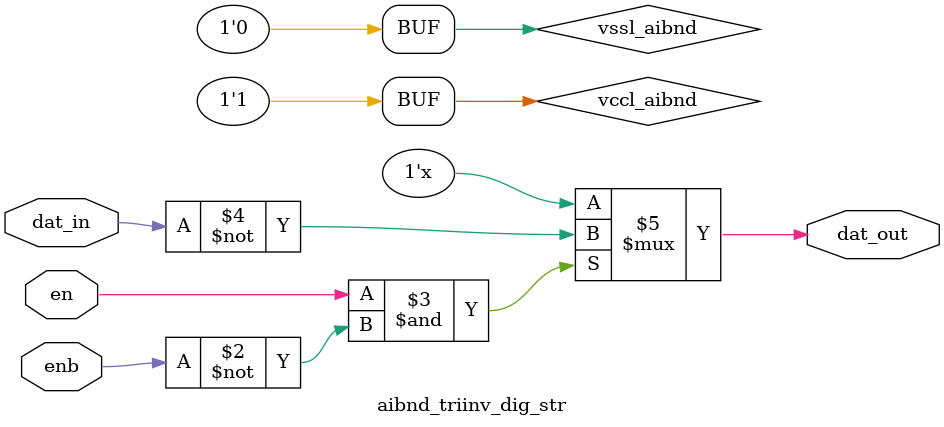
<source format=v>


module aibnd_triinv_dig_str ( dat_out, dat_in, en, enb);

output  dat_out;

input  dat_in, en, enb;

assign vccl_aibnd = 1'b1;
assign vssl_aibnd = 1'b0;

//specify 
//    specparam CDS_LIBNAME  = "aibnd_lib";
//    specparam CDS_CELLNAME = "aibnd_triinv_dig_str";
//    specparam CDS_VIEWNAME = "schematic";
//endspecify

assign dat_out = ((en == 1'b1) & (enb == 1'b0))? ~dat_in : 1'bz;

endmodule

</source>
